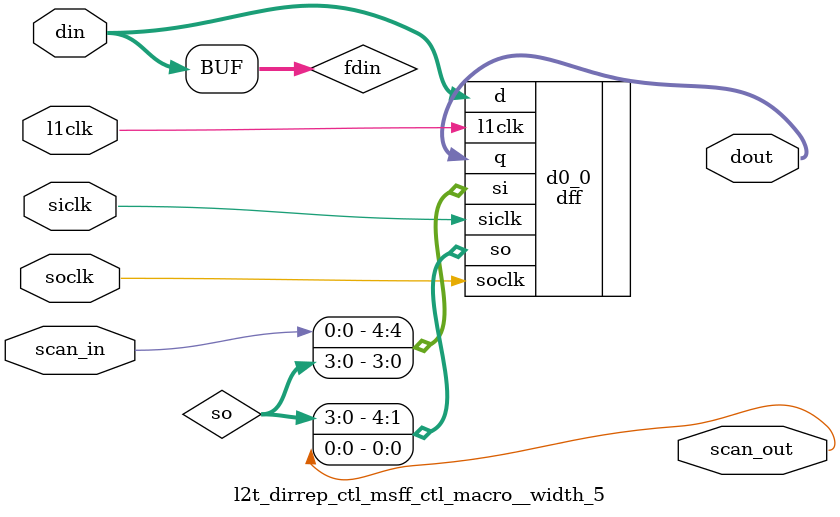
<source format=v>
module l2t_dirrep_ctl (
  tcu_pce_ov, 
  tcu_aclk, 
  tcu_bclk, 
  tcu_scan_en, 
  dirrep_dir_wr_par_c4, 
  dirrep_dir_vld_c4_l, 
  dirrep_dc_rd_en_c4, 
  dirrep_dc_wr_en_c4, 
  dirrep_inval_mask_dcd_c4, 
  dirrep_dc_rdwr_row_en_c4, 
  dirrep_dc_rdwr_panel_dec_c4, 
  dirrep_dc_lkup_row_dec_c4, 
  dirrep_dc_lkup_panel_dec_c4, 
  dirrep_wr_dc_dir_entry_c4, 
  dirrep_dc_dir_clear_c4, 
  dirrep_ic_rd_en_c4, 
  dirrep_ic_wr_en_c4, 
  dirrep_inval_mask_icd_c4, 
  dirrep_ic_rdwr_row_en_c4, 
  dirrep_ic_rdwr_panel_dec_c4, 
  dirrep_ic_lkup_row_dec_c4, 
  dirrep_ic_lkup_panel_dec_c4, 
  dirrep_wr_ic_dir_entry_c4, 
  dirrep_ic_dir_clear_c4, 
  dirrep_dir_error_c8, 
  scan_out, 
  ic_parity_out, 
  dc_parity_out, 
  arbadr_arbdp_addr5to4_c3, 
  arbadr_arbdp_addr4_c4, 
  arbadr_arbdp_dc_addr4_c4, 
  arbadr_arbdp_ic_addr4_c4, 
  arbadr_arbdp_index_ic_addr4_c4, 
  arbadr_arbdp_index_dc_addr4_c4, 
  arb_inval_inst_vld_c3, 
  arb_dc_ic_rd_bit_4, 
  arbadr_arbdp_dir_wr_par_c3, 
  arb_dir_vld_c3_l, 
  arb_ic_rd_en_c3, 
  arb_dc_rd_en_c3, 
  arb_ic_wr_en_c3, 
  arb_dc_wr_en_c3, 
  arb_dir_panel_dcd_c3, 
  arb_dir_panel_icd_c3, 
  arb_lkup_bank_ena_dcd_c3, 
  arb_lkup_bank_ena_icd_c3, 
  arb_inval_mask_dcd_c3, 
  arb_inval_mask_icd_c3, 
  arb_wr_dc_dir_entry_c3, 
  arb_wr_ic_dir_entry_c3, 
  tagd_lkup_row_addr_dcd_c3, 
  tagd_lkup_row_addr_icd_c3, 
  arb_ic_inval_vld_c7, 
  csr_oneshot_dir_clear_c3, 
  por_l, 
  l2t_mb0_run, 
  l2clk, 
  scan_in);
wire pce_ov;
wire stop;
wire siclk;
wire soclk;
wire se;
wire l1clk;
wire spares_scanin;
wire spares_scanout;
wire ff_dir_error_c8_scanin;
wire ff_dir_error_c8_scanout;
wire ff_wr_par_c4_scanin;
wire ff_wr_par_c4_scanout;
wire ff_dir_vld_dcd_c4_l_scanin;
wire ff_dir_vld_dcd_c4_l_scanout;
wire ff_dc_rd_en_c4_scanin;
wire ff_dc_rd_en_c4_scanout;
wire ff_ic_rd_en_c4_scanin;
wire ff_ic_rd_en_c4_scanout;
wire ff_dc_wr_en_c4_scanin;
wire ff_dc_wr_en_c4_scanout;
wire ff_ic_wr_en_c4_scanin;
wire ff_ic_wr_en_c4_scanout;
wire ff_inval_mask_dcd_c4_scanin;
wire ff_inval_mask_dcd_c4_scanout;
wire ff_inval_mask_icd_c4_scanin;
wire ff_inval_mask_icd_c4_scanout;
wire [1:0] arbadr_arbdp_addr5to4_c4;
wire ff_dir_panel_dcd_c4_scanin;
wire ff_dir_panel_dcd_c4_scanout;
wire ff_inval_addrbit4_c4_scanin;
wire ff_inval_addrbit4_c4_scanout;
wire inval_inst_vld_c4;
wire inval_inst_vld_c5;
wire inval_inst_vld_c52;
wire inval_inst_vld_c6;
wire [1:0] arbadr_arbdp_addr5to4_c5;
wire [1:0] arbadr_arbdp_addr5to4_c52;
wire [1:0] arbadr_arbdp_addr5to4_c6;
wire arb_dc_ic_rd_bit_4_c4;
wire def_inval_entry;
wire arbadr_arbdp_dc_addr4_c4_fnl;
wire ff_dir_panel_icd_c4_scanin;
wire ff_dir_panel_icd_c4_scanout;
wire ff_inval_vld_c78910_scanin;
wire ff_inval_vld_c78910_scanout;
wire ic_inval_vld_c8;
wire ic_inval_vld_c9;
wire ic_inval_vld_c10;
wire ic_invalidation_bit4_flip;
wire arbadr_arbdp_ic_addr4_c4_fnl;
wire ff_lkup_row_addr_dcd_c4_scanin;
wire ff_lkup_row_addr_dcd_c4_scanout;
wire ff_lkup_bank_ena_dcd_c4_scanin;
wire ff_lkup_bank_ena_dcd_c4_scanout;
wire ff_lkup_row_addr_icd_c4_scanin;
wire ff_lkup_row_addr_icd_c4_scanout;
wire ff_lkup_bank_ena_icd_c4_scanin;
wire ff_lkup_bank_ena_icd_c4_scanout;
wire ff_wr_dc_dir_entry_c4_scanin;
wire ff_wr_dc_dir_entry_c4_scanout;
wire ff_wr_ic_dir_entry_c4_scanin;
wire ff_wr_ic_dir_entry_c4_scanout;
wire ff_ic_dir_clear_c4_scanin;
wire ff_ic_dir_clear_c4_scanout;
wire reset_dir_cams_c3;
wire ff_dc_dir_clear_c4_scanin;
wire ff_dc_dir_clear_c4_scanout;
wire fnl_csr_oneshot_dir_clear_c3;
wire l2t_mb0_run_r1;
wire ff_l2t_mb0_run_scanin;
wire ff_l2t_mb0_run_scanout;
 

 input tcu_pce_ov;
 input tcu_aclk;
 input tcu_bclk;
 input tcu_scan_en;
 
 
output  	dirrep_dir_wr_par_c4; 
output		dirrep_dir_vld_c4_l; 
 
 
// D$ directory	( Left Bottom ) 
output		dirrep_dc_rd_en_c4; 
output          dirrep_dc_wr_en_c4;
output [7:0]   	dirrep_inval_mask_dcd_c4; 
// Read and write addresses require a rd_en/wr_en qualification 
output [3:0]	dirrep_dc_rdwr_row_en_c4; // bits 4,3 of panel decode (i.e. address 10:9 ) 
output [3:0]	dirrep_dc_rdwr_panel_dec_c4; // dec bits 1:0 of the panel address (i.e. address 5,4 ); 
// Lkup addresses do not require a qualification as the  
// _lkup_row_dec_c4 is actually a qualified vector. 
output [3:0]	dirrep_dc_lkup_row_dec_c4 ;  
output [3:0]   	dirrep_dc_lkup_panel_dec_c4 ;// use lkup_row_addr_dcd[2:1] dec 
output [4:0]   	dirrep_wr_dc_dir_entry_c4 ; // lsb is arb_dir_panel_dcd[2] , BS and SR 11/18/03 Reverse Directory change 
output	dirrep_dc_dir_clear_c4; // Bottom left 
					// ie bit 8 of the address. 
 
// I$ directory	( Left TOp ) 
output		dirrep_ic_rd_en_c4; 
output          dirrep_ic_wr_en_c4;
output [7:0]	dirrep_inval_mask_icd_c4; 
// Read and write addresses require a rd_en/wr_en qualification 
output [3:0]	dirrep_ic_rdwr_row_en_c4; // bits 4,3 of panel decode (i.e. address 10:9 ) 
output [3:0]	dirrep_ic_rdwr_panel_dec_c4; // dec bits 1:0 of the panel address (i.e. address 5,4 ); 
// Lkup addresses do not require a qualification as the  
// _lkup_row_dec_c4 is actually a qualified vector. 
output [3:0]	dirrep_ic_lkup_row_dec_c4 ; // use lkup_row_addr_dcd[2:1] dec 
output [3:0]   	dirrep_ic_lkup_panel_dec_c4 ; 
output [4:0]   	dirrep_wr_ic_dir_entry_c4 ; // lsb is arb_dir_panel_icd[2], BS and SR 11/18/03 Reverse Directory change  
					// ie bit 8 of the address. 
output	dirrep_ic_dir_clear_c4; // Top left 
 
output	dirrep_dir_error_c8; // Right 
 
output scan_out; 
 
input	[3:0]	ic_parity_out; // LeftTop ( C7 signal.) 
input	[3:0]	dc_parity_out; // LeftBottom ( C7 signal.) 

//
// Directory restructure 
//
 
input	[1:0]	arbadr_arbdp_addr5to4_c3;
output		arbadr_arbdp_addr4_c4;
output		arbadr_arbdp_dc_addr4_c4;
output		arbadr_arbdp_ic_addr4_c4;
output		arbadr_arbdp_index_ic_addr4_c4;
output		arbadr_arbdp_index_dc_addr4_c4;

input		arb_inval_inst_vld_c3;
input		arb_dc_ic_rd_bit_4;

// Use same pin positions as before. 
input   	arbadr_arbdp_dir_wr_par_c3; 
input		arb_dir_vld_c3_l; 
input		arb_ic_rd_en_c3;
input           arb_dc_rd_en_c3;
input		arb_ic_wr_en_c3;
input           arb_dc_wr_en_c3;
input [4:0]   	arb_dir_panel_dcd_c3;
input [4:0]     arb_dir_panel_icd_c3;
input [3:0]   	arb_lkup_bank_ena_dcd_c3; // translates to a row_en 
input [3:0]     arb_lkup_bank_ena_icd_c3;
input [7:0]   	arb_inval_mask_dcd_c3;
input [7:0]     arb_inval_mask_icd_c3;
input [4:0]   	arb_wr_dc_dir_entry_c3;
input [4:0]      arb_wr_ic_dir_entry_c3;
input [2:0]	tagd_lkup_row_addr_dcd_c3; // translates to a panel enable. 
input [2:0]     tagd_lkup_row_addr_icd_c3 ;
							     // comes from tagd 
 
input		arb_ic_inval_vld_c7; 
input		csr_oneshot_dir_clear_c3; 
input		por_l;

input		l2t_mb0_run;
 
input		l2clk; 
input scan_in;

 // BS 2/1/04 : Brought out IC inval signal to separate from IC fill
 // because IC fill will load only one panel in 1 row (only one 1 cache waY) while IC inval will write
 // to two panels in two rows (2 icache ways) every cycle. This IC dir write enable logic is in
 // l2t_dir_ctl.sv.

// input arb_ic_inval_wr_en_c3; // from l2t_arb_ctl 
// output dirrep_ic_inval_wr_en_c4; // to l2t_dir_ctl modules

 

//////////////////////////////////////////////////
// L1 clk header
//////////////////////////////////////////////////
assign pce_ov = tcu_pce_ov;
assign stop = 1'b0;
assign siclk = tcu_aclk;
assign soclk = tcu_bclk;
assign se = tcu_scan_en;

l2t_dirrep_ctl_l1clkhdr_ctl_macro clkgen (
        .l2clk(l2clk),
        .l1en(1'b1 ),
        .l1clk(l1clk),
  .pce_ov(pce_ov),
  .stop(stop),
  .se(se));

//////////////////////////////////////////////////

//////////////////////////////////////////
// Spare gate insertion
//////////////////////////////////////////
l2t_dirrep_ctl_spare_ctl_macro__num_5 spares  (
        .scan_in(spares_scanin),
        .scan_out(spares_scanout),
        .l1clk  (l1clk),
  .siclk(siclk),
  .soclk(soclk)
);
//////////////////////////////////////////


wire		dir_error_c7; 
wire	[4:0]	dir_panel_dcd_c4, dir_panel_icd_c4 ; 
wire	[2:0]	lkup_row_addr_dcd_c4, lkup_row_addr_icd_c4; 
 
assign	dir_error_c7 = (|(ic_parity_out)) | (|(dc_parity_out)) ; 
 
l2t_dirrep_ctl_msff_ctl_macro__width_1 ff_dir_error_c8 
              (.dout   (dirrep_dir_error_c8), 
               .scan_in(ff_dir_error_c8_scanin),
               .scan_out(ff_dir_error_c8_scanout),
               .din (dir_error_c7), 
               .l1clk (l1clk),
  .siclk(siclk),
  .soclk(soclk) 
                
 
              ) ; 
 
l2t_dirrep_ctl_msff_ctl_macro__width_1 ff_wr_par_c4 
              (.dout   (dirrep_dir_wr_par_c4), 
               .scan_in(ff_wr_par_c4_scanin),
               .scan_out(ff_wr_par_c4_scanout),
               .din (arbadr_arbdp_dir_wr_par_c3), 
               .l1clk (l1clk),
  .siclk(siclk),
  .soclk(soclk) 
                
 
              ) ; 
 
l2t_dirrep_ctl_msff_ctl_macro__width_1 ff_dir_vld_dcd_c4_l 
              (.dout   (dirrep_dir_vld_c4_l), 
               .scan_in(ff_dir_vld_dcd_c4_l_scanin),
               .scan_out(ff_dir_vld_dcd_c4_l_scanout),
               .din (arb_dir_vld_c3_l), 
               .l1clk (l1clk),
  .siclk(siclk),
  .soclk(soclk) 
                
 
              ) ; 
 
 
l2t_dirrep_ctl_msff_ctl_macro__width_1 ff_dc_rd_en_c4 
              (.dout   (dirrep_dc_rd_en_c4), 
               .scan_in(ff_dc_rd_en_c4_scanin),
               .scan_out(ff_dc_rd_en_c4_scanout),
               .din (arb_dc_rd_en_c3), 
               .l1clk (l1clk),
  .siclk(siclk),
  .soclk(soclk) 
                
 
              ) ; 
 
l2t_dirrep_ctl_msff_ctl_macro__width_1 ff_ic_rd_en_c4 
              (.dout   (dirrep_ic_rd_en_c4), 
               .scan_in(ff_ic_rd_en_c4_scanin),
               .scan_out(ff_ic_rd_en_c4_scanout),
               .din (arb_ic_rd_en_c3), 
               .l1clk (l1clk),
  .siclk(siclk),
  .soclk(soclk) 
                
 
              ) ; 
 
l2t_dirrep_ctl_msff_ctl_macro__width_1 ff_dc_wr_en_c4 
              (.dout   (dirrep_dc_wr_en_c4), 
               .scan_in(ff_dc_wr_en_c4_scanin),
               .scan_out(ff_dc_wr_en_c4_scanout),
               .din (arb_dc_wr_en_c3), 
               .l1clk (l1clk),
  .siclk(siclk),
  .soclk(soclk) 
                
 
              ) ; 
 
l2t_dirrep_ctl_msff_ctl_macro__width_1 ff_ic_wr_en_c4 
              (.dout   (dirrep_ic_wr_en_c4), 
               .scan_in(ff_ic_wr_en_c4_scanin),
               .scan_out(ff_ic_wr_en_c4_scanout),
               .din (arb_ic_wr_en_c3), 
               .l1clk (l1clk),
  .siclk(siclk),
  .soclk(soclk) 
                
 
              ) ; 

//// BS 2/1/04 : Flop arb_ic_inval_wr_en_c3 to generate a C4 signal 
//msff_ctl_macro ff_ic_inval_wr_en_c4 (width=1)
//              (.dout   (dirrep_ic_inval_wr_en_c4),
//               .scan_in(ff_ic_inval_wr_en_c4_scanin),
//               .scan_out(ff_ic_inval_wr_en_c4_scanout),
//               .din (arb_ic_inval_wr_en_c3),
//               .l1clk (l1clk),
//                
//
//              ) ;

 
 
l2t_dirrep_ctl_msff_ctl_macro__width_8 ff_inval_mask_dcd_c4 
              (.dout   (dirrep_inval_mask_dcd_c4[7:0]), 
               .scan_in(ff_inval_mask_dcd_c4_scanin),
               .scan_out(ff_inval_mask_dcd_c4_scanout),
               .din (arb_inval_mask_dcd_c3[7:0]), 
               .l1clk (l1clk),
  .siclk(siclk),
  .soclk(soclk) 
                
 
              ) ; 
 
l2t_dirrep_ctl_msff_ctl_macro__width_8 ff_inval_mask_icd_c4 
              (.dout   (dirrep_inval_mask_icd_c4[7:0]), 
               .scan_in(ff_inval_mask_icd_c4_scanin),
               .scan_out(ff_inval_mask_icd_c4_scanout),
               .din (arb_inval_mask_icd_c3[7:0]), 
               .l1clk (l1clk),
  .siclk(siclk),
  .soclk(soclk) 
                
 
              ) ; 
 
 
/////////////////////////////////////////////////////////// 
// RD Write row and panel enables. 
// Row is dtermined by the lower order bits of the  
// address. 
// ie bits 5,4 for the I$ 
// ie bits 5,11 for the D$. 
// Panel is determined by address bits 10,9 
/////////////////////////////////////////////////////////// 
 
l2t_dirrep_ctl_msff_ctl_macro__width_6 ff_dir_panel_dcd_c4 
              (.dout   ({arbadr_arbdp_addr5to4_c4[1:0],dir_panel_dcd_c4[4:3], dir_panel_dcd_c4[1:0]}), 
               .scan_in(ff_dir_panel_dcd_c4_scanin),
               .scan_out(ff_dir_panel_dcd_c4_scanout),
               .din ({arbadr_arbdp_addr5to4_c3[1:0],arb_dir_panel_dcd_c3[4:3],arb_dir_panel_dcd_c3[1:0]}), 
               .l1clk (l1clk),
  .siclk(siclk),
  .soclk(soclk) 
              ) ; 


// Directory restructuring


l2t_dirrep_ctl_msff_ctl_macro__width_11 ff_inval_addrbit4_c4 
	(
	.scan_in(ff_inval_addrbit4_c4_scanin),
	.scan_out(ff_inval_addrbit4_c4_scanout),
	.dout   ({inval_inst_vld_c4,inval_inst_vld_c5,inval_inst_vld_c52,inval_inst_vld_c6,
		  arbadr_arbdp_addr5to4_c5[1:0],arbadr_arbdp_addr5to4_c52[1:0],
		arbadr_arbdp_addr5to4_c6[1:0],arb_dc_ic_rd_bit_4_c4}),
	.din ({arb_inval_inst_vld_c3,inval_inst_vld_c4,inval_inst_vld_c5,inval_inst_vld_c52,
		arbadr_arbdp_addr5to4_c4[1:0],arbadr_arbdp_addr5to4_c5[1:0],
		arbadr_arbdp_addr5to4_c52[1:0],arb_dc_ic_rd_bit_4}),
	.l1clk (l1clk),
  .siclk(siclk),
  .soclk(soclk)
	) ;


assign def_inval_entry = ~( inval_inst_vld_c5 | inval_inst_vld_c52 | inval_inst_vld_c6 ) ; 

l2t_dirrep_ctl_mux_ctl_macro__mux_aonpe__ports_4__width_1 mux_inval_dc_panel_c3 
	(
	.dout (arbadr_arbdp_dc_addr4_c4_fnl), 
	.din0(arbadr_arbdp_addr5to4_c4[0]), .din1(arbadr_arbdp_addr5to4_c5[0]), 
	.din2(arbadr_arbdp_addr5to4_c52[0]), .din3(arbadr_arbdp_addr5to4_c6[0]), 
	.sel0(def_inval_entry), .sel1(inval_inst_vld_c5), 
	.sel2(inval_inst_vld_c52), .sel3(inval_inst_vld_c6)); 


//assign arbadr_arbdp_dc_addr4_c4 = dirrep_dc_rd_en_c4 ? arb_dc_ic_rd_bit_4 : arbadr_arbdp_dc_addr4_c4_fnl ;


assign arbadr_arbdp_dc_addr4_c4 = arbadr_arbdp_dc_addr4_c4_fnl ;

assign arbadr_arbdp_index_dc_addr4_c4 = arb_dc_ic_rd_bit_4_c4;

assign arbadr_arbdp_addr4_c4 = arbadr_arbdp_addr5to4_c4[0];




//assign	dirrep_dc_rdwr_panel_dec_c4[0] = ( dir_panel_dcd_c4[4:3] == 2'd0 ); 
//assign	dirrep_dc_rdwr_panel_dec_c4[1] = ( dir_panel_dcd_c4[4:3] == 2'd1 ); 
//assign	dirrep_dc_rdwr_panel_dec_c4[2] = ( dir_panel_dcd_c4[4:3] == 2'd2 ); 
//assign	dirrep_dc_rdwr_panel_dec_c4[3] = ( dir_panel_dcd_c4[4:3] == 2'd3 ); 
 
assign  dirrep_dc_rdwr_panel_dec_c4[0] = ~dir_panel_dcd_c4[4] & ~dir_panel_dcd_c4[3] ; 
assign  dirrep_dc_rdwr_panel_dec_c4[1] = ~dir_panel_dcd_c4[4] & dir_panel_dcd_c4[3] ; 
assign  dirrep_dc_rdwr_panel_dec_c4[2] = dir_panel_dcd_c4[4] & ~dir_panel_dcd_c4[3] ; 
assign  dirrep_dc_rdwr_panel_dec_c4[3] = dir_panel_dcd_c4[4] & dir_panel_dcd_c4[3] ; 
 
assign	dirrep_dc_rdwr_row_en_c4[0] = (dir_panel_dcd_c4[1:0] == 2'd0 ); 
assign	dirrep_dc_rdwr_row_en_c4[1] = (dir_panel_dcd_c4[1:0] == 2'd1 ); 
assign	dirrep_dc_rdwr_row_en_c4[2] = (dir_panel_dcd_c4[1:0] == 2'd2 ); 
assign	dirrep_dc_rdwr_row_en_c4[3] = (dir_panel_dcd_c4[1:0] == 2'd3 ); 
 
l2t_dirrep_ctl_msff_ctl_macro__width_4 ff_dir_panel_icd_c4 
              (.dout   ({dir_panel_icd_c4[4:3],dir_panel_icd_c4[1:0]}), 
               .scan_in(ff_dir_panel_icd_c4_scanin),
               .scan_out(ff_dir_panel_icd_c4_scanout),
               .din ({arb_dir_panel_icd_c3[4:3],arb_dir_panel_icd_c3[1:0]}), 
               .l1clk (l1clk),
  .siclk(siclk),
  .soclk(soclk) 
                
 
              ) ; 
 
 
assign	dirrep_ic_rdwr_panel_dec_c4[0] = ( dir_panel_icd_c4[4:3] == 2'd0 ); 
assign	dirrep_ic_rdwr_panel_dec_c4[1] = ( dir_panel_icd_c4[4:3] == 2'd1 ); 
assign	dirrep_ic_rdwr_panel_dec_c4[2] = ( dir_panel_icd_c4[4:3] == 2'd2 ); 
assign	dirrep_ic_rdwr_panel_dec_c4[3] = ( dir_panel_icd_c4[4:3] == 2'd3 ); 
 
assign	dirrep_ic_rdwr_row_en_c4[0] = (dir_panel_icd_c4[1:0] == 2'd0 ); 
assign	dirrep_ic_rdwr_row_en_c4[1] = (dir_panel_icd_c4[1:0] == 2'd1 ); 
assign	dirrep_ic_rdwr_row_en_c4[2] = (dir_panel_icd_c4[1:0] == 2'd2 ); 
assign	dirrep_ic_rdwr_row_en_c4[3] = (dir_panel_icd_c4[1:0] == 2'd3 ); 
 
// Dir changes  Bit 4 computation for inval case is different



l2t_dirrep_ctl_msff_ctl_macro__width_3 ff_inval_vld_c78910 
        (
        .scan_in(ff_inval_vld_c78910_scanin),
        .scan_out(ff_inval_vld_c78910_scanout),
        .din   ({arb_ic_inval_vld_c7,ic_inval_vld_c8,ic_inval_vld_c9}),
        .dout ({ic_inval_vld_c8,ic_inval_vld_c9,ic_inval_vld_c10}),
        .l1clk (l1clk),
  .siclk(siclk),
  .soclk(soclk)
        ) ;


assign ic_invalidation_bit4_flip = arb_ic_inval_vld_c7 | ic_inval_vld_c8 | ic_inval_vld_c9 | ic_inval_vld_c10;

// OLD :: assign arbadr_arbdp_ic_addr4_c4 = dir_panel_icd_c4[0];

assign arbadr_arbdp_ic_addr4_c4_fnl = ic_invalidation_bit4_flip ? ~dir_panel_icd_c4[0] : dir_panel_icd_c4[0] ;

//assign arbadr_arbdp_ic_addr4_c4 = dirrep_ic_rd_en_c4 ? arb_dc_ic_rd_bit_4 : arbadr_arbdp_ic_addr4_c4_fnl ;

assign arbadr_arbdp_ic_addr4_c4 = arbadr_arbdp_ic_addr4_c4_fnl ;
assign arbadr_arbdp_index_ic_addr4_c4 = arb_dc_ic_rd_bit_4_c4 ;



/////////////////////////////////////////////////////////// 
// lkup  row and panel enables. 
// Lkup row coming from tagd corresponds to 
// address bits <10:8> of the lkup address. 
// The bits <10:9> actually go into determining 
// the panel id within the directory.  
/////////////////////////////////////////////////////////// 
 
l2t_dirrep_ctl_msff_ctl_macro__width_3 ff_lkup_row_addr_dcd_c4 
              (.dout   (lkup_row_addr_dcd_c4[2:0]), 
               .scan_in(ff_lkup_row_addr_dcd_c4_scanin),
               .scan_out(ff_lkup_row_addr_dcd_c4_scanout),
               .din (tagd_lkup_row_addr_dcd_c3[2:0]), 
               .l1clk (l1clk),
  .siclk(siclk),
  .soclk(soclk) 
                
 
              ) ; 
 
assign	dirrep_dc_lkup_panel_dec_c4[0] = ( lkup_row_addr_dcd_c4[1:0] == 2'd0 ); 
assign	dirrep_dc_lkup_panel_dec_c4[1] = ( lkup_row_addr_dcd_c4[1:0] == 2'd1 ); 
assign	dirrep_dc_lkup_panel_dec_c4[2] = ( lkup_row_addr_dcd_c4[1:0] == 2'd2 ); 
assign	dirrep_dc_lkup_panel_dec_c4[3] = ( lkup_row_addr_dcd_c4[1:0] == 2'd3 ); 
 
 
l2t_dirrep_ctl_msff_ctl_macro__width_4 ff_lkup_bank_ena_dcd_c4 
              (.dout   (dirrep_dc_lkup_row_dec_c4[3:0]), 
               .scan_in(ff_lkup_bank_ena_dcd_c4_scanin),
               .scan_out(ff_lkup_bank_ena_dcd_c4_scanout),
               .din (arb_lkup_bank_ena_dcd_c3[3:0]), 
               .l1clk (l1clk),
  .siclk(siclk),
  .soclk(soclk) 
                
 
              ) ; 
 
 
l2t_dirrep_ctl_msff_ctl_macro__width_3 ff_lkup_row_addr_icd_c4 
              (.dout   (lkup_row_addr_icd_c4[2:0]), 
               .scan_in(ff_lkup_row_addr_icd_c4_scanin),
               .scan_out(ff_lkup_row_addr_icd_c4_scanout),
               .din (tagd_lkup_row_addr_icd_c3[2:0]), 
               .l1clk (l1clk),
  .siclk(siclk),
  .soclk(soclk) 
                
 
              ) ; 
 
 
assign	dirrep_ic_lkup_panel_dec_c4[0] = ( lkup_row_addr_icd_c4[1:0] == 2'd0 ); 
assign	dirrep_ic_lkup_panel_dec_c4[1] = ( lkup_row_addr_icd_c4[1:0] == 2'd1 ); 
assign	dirrep_ic_lkup_panel_dec_c4[2] = ( lkup_row_addr_icd_c4[1:0] == 2'd2 ); 
assign	dirrep_ic_lkup_panel_dec_c4[3] = ( lkup_row_addr_icd_c4[1:0] == 2'd3 ); 
 
l2t_dirrep_ctl_msff_ctl_macro__width_4 ff_lkup_bank_ena_icd_c4 
              (.dout   (dirrep_ic_lkup_row_dec_c4[3:0]), 
               .scan_in(ff_lkup_bank_ena_icd_c4_scanin),
               .scan_out(ff_lkup_bank_ena_icd_c4_scanout),
               .din (arb_lkup_bank_ena_icd_c3[3:0]), 
               .l1clk (l1clk),
  .siclk(siclk),
  .soclk(soclk) 
                
 
              ) ; 
 
 
l2t_dirrep_ctl_msff_ctl_macro__width_5 ff_wr_dc_dir_entry_c4  // BS and SR 11/18/03 Reverse Directory change
              (.dout   (dirrep_wr_dc_dir_entry_c4[4:0]), 
               .scan_in(ff_wr_dc_dir_entry_c4_scanin),
               .scan_out(ff_wr_dc_dir_entry_c4_scanout),
               .din (arb_wr_dc_dir_entry_c3[4:0]),  // BS and SR 11/18/03 Reverse Directory change
               .l1clk (l1clk),
  .siclk(siclk),
  .soclk(soclk) 
                
 
              ) ; 
 
 
l2t_dirrep_ctl_msff_ctl_macro__width_5 ff_wr_ic_dir_entry_c4  // BS and SR 11/18/03 Reverse Directory change
              (.dout   (dirrep_wr_ic_dir_entry_c4[4:0]), 
               .scan_in(ff_wr_ic_dir_entry_c4_scanin),
               .scan_out(ff_wr_ic_dir_entry_c4_scanout),
               .din (arb_wr_ic_dir_entry_c3[4:0]), // BS and SR 11/18/03 Reverse Directory change 
               .l1clk (l1clk),
  .siclk(siclk),
  .soclk(soclk) 
                
 
              ) ; 
 
 
/////////////////////////////////////////////////////////// 
// Dir clear bits. 
/////////////////////////////////////////////////////////// 
 
l2t_dirrep_ctl_msff_ctl_macro__width_1 ff_ic_dir_clear_c4 
              (.dout   (dirrep_ic_dir_clear_c4), 
               .scan_in(ff_ic_dir_clear_c4_scanin),
               .scan_out(ff_ic_dir_clear_c4_scanout),
               .din (reset_dir_cams_c3), 
               .l1clk (l1clk),
  .siclk(siclk),
  .soclk(soclk) 
              ) ; 
 
 
l2t_dirrep_ctl_msff_ctl_macro__width_1 ff_dc_dir_clear_c4 
              (.dout   (dirrep_dc_dir_clear_c4), 
               .scan_in(ff_dc_dir_clear_c4_scanin),
               .scan_out(ff_dc_dir_clear_c4_scanout),
               .din (reset_dir_cams_c3), 
               .l1clk (l1clk),
  .siclk(siclk),
  .soclk(soclk) 
              ) ; 

assign fnl_csr_oneshot_dir_clear_c3 =  l2t_mb0_run_r1 ? 1'b0 : csr_oneshot_dir_clear_c3;

assign reset_dir_cams_c3 = fnl_csr_oneshot_dir_clear_c3 | ~por_l;
 

l2t_dirrep_ctl_msff_ctl_macro__width_1 ff_l2t_mb0_run 
              (.dout   (l2t_mb0_run_r1),
               .scan_in(ff_l2t_mb0_run_scanin),
               .scan_out(ff_l2t_mb0_run_scanout),
               .din (l2t_mb0_run),
               .l1clk (l1clk),
  .siclk(siclk),
  .soclk(soclk)
              ) ;





 
 
// fixscan start:
assign spares_scanin             = scan_in                  ;
assign ff_dir_error_c8_scanin    = spares_scanout           ;
assign ff_wr_par_c4_scanin       = ff_dir_error_c8_scanout  ;
assign ff_dir_vld_dcd_c4_l_scanin = ff_wr_par_c4_scanout     ;
assign ff_dc_rd_en_c4_scanin     = ff_dir_vld_dcd_c4_l_scanout;
assign ff_ic_rd_en_c4_scanin     = ff_dc_rd_en_c4_scanout   ;
assign ff_dc_wr_en_c4_scanin     = ff_ic_rd_en_c4_scanout   ;
assign ff_ic_wr_en_c4_scanin     = ff_dc_wr_en_c4_scanout   ;
assign ff_inval_mask_dcd_c4_scanin = ff_ic_wr_en_c4_scanout   ;
assign ff_inval_mask_icd_c4_scanin = ff_inval_mask_dcd_c4_scanout;
assign ff_dir_panel_dcd_c4_scanin = ff_inval_mask_icd_c4_scanout;
assign ff_inval_addrbit4_c4_scanin = ff_dir_panel_dcd_c4_scanout;
assign ff_dir_panel_icd_c4_scanin = ff_inval_addrbit4_c4_scanout;
assign ff_inval_vld_c78910_scanin = ff_dir_panel_icd_c4_scanout;
assign ff_lkup_row_addr_dcd_c4_scanin = ff_inval_vld_c78910_scanout;
assign ff_lkup_bank_ena_dcd_c4_scanin = ff_lkup_row_addr_dcd_c4_scanout;
assign ff_lkup_row_addr_icd_c4_scanin = ff_lkup_bank_ena_dcd_c4_scanout;
assign ff_lkup_bank_ena_icd_c4_scanin = ff_lkup_row_addr_icd_c4_scanout;
assign ff_wr_dc_dir_entry_c4_scanin = ff_lkup_bank_ena_icd_c4_scanout;
assign ff_wr_ic_dir_entry_c4_scanin = ff_wr_dc_dir_entry_c4_scanout;
assign ff_ic_dir_clear_c4_scanin = ff_wr_ic_dir_entry_c4_scanout;
assign ff_dc_dir_clear_c4_scanin = ff_ic_dir_clear_c4_scanout;
assign ff_l2t_mb0_run_scanin     = ff_dc_dir_clear_c4_scanout;
assign scan_out                  = ff_l2t_mb0_run_scanout   ;
// fixscan end:
endmodule 







// any PARAMS parms go into naming of macro

module l2t_dirrep_ctl_l1clkhdr_ctl_macro (
  l2clk, 
  l1en, 
  pce_ov, 
  stop, 
  se, 
  l1clk);


  input l2clk;
  input l1en;
  input pce_ov;
  input stop;
  input se;
  output l1clk;



 

cl_sc1_l1hdr_8x c_0 (


   .l2clk(l2clk),
   .pce(l1en),
   .l1clk(l1clk),
  .se(se),
  .pce_ov(pce_ov),
  .stop(stop)
);



endmodule









//  Description:        Spare gate macro for control blocks
//
//  Param num controls the number of times the macro is added
//  flops=0 can be used to use only combination spare logic


module l2t_dirrep_ctl_spare_ctl_macro__num_5 (
  l1clk, 
  scan_in, 
  siclk, 
  soclk, 
  scan_out);
wire si_0;
wire so_0;
wire spare0_flop_unused;
wire spare0_buf_32x_unused;
wire spare0_nand3_8x_unused;
wire spare0_inv_8x_unused;
wire spare0_aoi22_4x_unused;
wire spare0_buf_8x_unused;
wire spare0_oai22_4x_unused;
wire spare0_inv_16x_unused;
wire spare0_nand2_16x_unused;
wire spare0_nor3_4x_unused;
wire spare0_nand2_8x_unused;
wire spare0_buf_16x_unused;
wire spare0_nor2_16x_unused;
wire spare0_inv_32x_unused;
wire si_1;
wire so_1;
wire spare1_flop_unused;
wire spare1_buf_32x_unused;
wire spare1_nand3_8x_unused;
wire spare1_inv_8x_unused;
wire spare1_aoi22_4x_unused;
wire spare1_buf_8x_unused;
wire spare1_oai22_4x_unused;
wire spare1_inv_16x_unused;
wire spare1_nand2_16x_unused;
wire spare1_nor3_4x_unused;
wire spare1_nand2_8x_unused;
wire spare1_buf_16x_unused;
wire spare1_nor2_16x_unused;
wire spare1_inv_32x_unused;
wire si_2;
wire so_2;
wire spare2_flop_unused;
wire spare2_buf_32x_unused;
wire spare2_nand3_8x_unused;
wire spare2_inv_8x_unused;
wire spare2_aoi22_4x_unused;
wire spare2_buf_8x_unused;
wire spare2_oai22_4x_unused;
wire spare2_inv_16x_unused;
wire spare2_nand2_16x_unused;
wire spare2_nor3_4x_unused;
wire spare2_nand2_8x_unused;
wire spare2_buf_16x_unused;
wire spare2_nor2_16x_unused;
wire spare2_inv_32x_unused;
wire si_3;
wire so_3;
wire spare3_flop_unused;
wire spare3_buf_32x_unused;
wire spare3_nand3_8x_unused;
wire spare3_inv_8x_unused;
wire spare3_aoi22_4x_unused;
wire spare3_buf_8x_unused;
wire spare3_oai22_4x_unused;
wire spare3_inv_16x_unused;
wire spare3_nand2_16x_unused;
wire spare3_nor3_4x_unused;
wire spare3_nand2_8x_unused;
wire spare3_buf_16x_unused;
wire spare3_nor2_16x_unused;
wire spare3_inv_32x_unused;
wire si_4;
wire so_4;
wire spare4_flop_unused;
wire spare4_buf_32x_unused;
wire spare4_nand3_8x_unused;
wire spare4_inv_8x_unused;
wire spare4_aoi22_4x_unused;
wire spare4_buf_8x_unused;
wire spare4_oai22_4x_unused;
wire spare4_inv_16x_unused;
wire spare4_nand2_16x_unused;
wire spare4_nor3_4x_unused;
wire spare4_nand2_8x_unused;
wire spare4_buf_16x_unused;
wire spare4_nor2_16x_unused;
wire spare4_inv_32x_unused;


input		l1clk;
input		scan_in;
input		siclk;
input		soclk;
output		scan_out;

cl_sc1_msff_8x spare0_flop (.l1clk(l1clk),
                               .siclk(siclk),
                               .soclk(soclk),
                               .si(si_0),
                               .so(so_0),
                               .d(1'b0),
                               .q(spare0_flop_unused));
assign si_0 = scan_in;

cl_u1_buf_32x   spare0_buf_32x (.in(1'b1),
                                   .out(spare0_buf_32x_unused));
cl_u1_nand3_8x spare0_nand3_8x (.in0(1'b1),
                                   .in1(1'b1),
                                   .in2(1'b1),
                                   .out(spare0_nand3_8x_unused));
cl_u1_inv_8x    spare0_inv_8x (.in(1'b1),
                                  .out(spare0_inv_8x_unused));
cl_u1_aoi22_4x spare0_aoi22_4x (.in00(1'b1),
                                   .in01(1'b1),
                                   .in10(1'b1),
                                   .in11(1'b1),
                                   .out(spare0_aoi22_4x_unused));
cl_u1_buf_8x    spare0_buf_8x (.in(1'b1),
                                  .out(spare0_buf_8x_unused));
cl_u1_oai22_4x spare0_oai22_4x (.in00(1'b1),
                                   .in01(1'b1),
                                   .in10(1'b1),
                                   .in11(1'b1),
                                   .out(spare0_oai22_4x_unused));
cl_u1_inv_16x   spare0_inv_16x (.in(1'b1),
                                   .out(spare0_inv_16x_unused));
cl_u1_nand2_16x spare0_nand2_16x (.in0(1'b1),
                                     .in1(1'b1),
                                     .out(spare0_nand2_16x_unused));
cl_u1_nor3_4x spare0_nor3_4x (.in0(1'b0),
                                 .in1(1'b0),
                                 .in2(1'b0),
                                 .out(spare0_nor3_4x_unused));
cl_u1_nand2_8x spare0_nand2_8x (.in0(1'b1),
                                   .in1(1'b1),
                                   .out(spare0_nand2_8x_unused));
cl_u1_buf_16x   spare0_buf_16x (.in(1'b1),
                                   .out(spare0_buf_16x_unused));
cl_u1_nor2_16x spare0_nor2_16x (.in0(1'b0),
                                   .in1(1'b0),
                                   .out(spare0_nor2_16x_unused));
cl_u1_inv_32x   spare0_inv_32x (.in(1'b1),
                                   .out(spare0_inv_32x_unused));

cl_sc1_msff_8x spare1_flop (.l1clk(l1clk),
                               .siclk(siclk),
                               .soclk(soclk),
                               .si(si_1),
                               .so(so_1),
                               .d(1'b0),
                               .q(spare1_flop_unused));
assign si_1 = so_0;

cl_u1_buf_32x   spare1_buf_32x (.in(1'b1),
                                   .out(spare1_buf_32x_unused));
cl_u1_nand3_8x spare1_nand3_8x (.in0(1'b1),
                                   .in1(1'b1),
                                   .in2(1'b1),
                                   .out(spare1_nand3_8x_unused));
cl_u1_inv_8x    spare1_inv_8x (.in(1'b1),
                                  .out(spare1_inv_8x_unused));
cl_u1_aoi22_4x spare1_aoi22_4x (.in00(1'b1),
                                   .in01(1'b1),
                                   .in10(1'b1),
                                   .in11(1'b1),
                                   .out(spare1_aoi22_4x_unused));
cl_u1_buf_8x    spare1_buf_8x (.in(1'b1),
                                  .out(spare1_buf_8x_unused));
cl_u1_oai22_4x spare1_oai22_4x (.in00(1'b1),
                                   .in01(1'b1),
                                   .in10(1'b1),
                                   .in11(1'b1),
                                   .out(spare1_oai22_4x_unused));
cl_u1_inv_16x   spare1_inv_16x (.in(1'b1),
                                   .out(spare1_inv_16x_unused));
cl_u1_nand2_16x spare1_nand2_16x (.in0(1'b1),
                                     .in1(1'b1),
                                     .out(spare1_nand2_16x_unused));
cl_u1_nor3_4x spare1_nor3_4x (.in0(1'b0),
                                 .in1(1'b0),
                                 .in2(1'b0),
                                 .out(spare1_nor3_4x_unused));
cl_u1_nand2_8x spare1_nand2_8x (.in0(1'b1),
                                   .in1(1'b1),
                                   .out(spare1_nand2_8x_unused));
cl_u1_buf_16x   spare1_buf_16x (.in(1'b1),
                                   .out(spare1_buf_16x_unused));
cl_u1_nor2_16x spare1_nor2_16x (.in0(1'b0),
                                   .in1(1'b0),
                                   .out(spare1_nor2_16x_unused));
cl_u1_inv_32x   spare1_inv_32x (.in(1'b1),
                                   .out(spare1_inv_32x_unused));

cl_sc1_msff_8x spare2_flop (.l1clk(l1clk),
                               .siclk(siclk),
                               .soclk(soclk),
                               .si(si_2),
                               .so(so_2),
                               .d(1'b0),
                               .q(spare2_flop_unused));
assign si_2 = so_1;

cl_u1_buf_32x   spare2_buf_32x (.in(1'b1),
                                   .out(spare2_buf_32x_unused));
cl_u1_nand3_8x spare2_nand3_8x (.in0(1'b1),
                                   .in1(1'b1),
                                   .in2(1'b1),
                                   .out(spare2_nand3_8x_unused));
cl_u1_inv_8x    spare2_inv_8x (.in(1'b1),
                                  .out(spare2_inv_8x_unused));
cl_u1_aoi22_4x spare2_aoi22_4x (.in00(1'b1),
                                   .in01(1'b1),
                                   .in10(1'b1),
                                   .in11(1'b1),
                                   .out(spare2_aoi22_4x_unused));
cl_u1_buf_8x    spare2_buf_8x (.in(1'b1),
                                  .out(spare2_buf_8x_unused));
cl_u1_oai22_4x spare2_oai22_4x (.in00(1'b1),
                                   .in01(1'b1),
                                   .in10(1'b1),
                                   .in11(1'b1),
                                   .out(spare2_oai22_4x_unused));
cl_u1_inv_16x   spare2_inv_16x (.in(1'b1),
                                   .out(spare2_inv_16x_unused));
cl_u1_nand2_16x spare2_nand2_16x (.in0(1'b1),
                                     .in1(1'b1),
                                     .out(spare2_nand2_16x_unused));
cl_u1_nor3_4x spare2_nor3_4x (.in0(1'b0),
                                 .in1(1'b0),
                                 .in2(1'b0),
                                 .out(spare2_nor3_4x_unused));
cl_u1_nand2_8x spare2_nand2_8x (.in0(1'b1),
                                   .in1(1'b1),
                                   .out(spare2_nand2_8x_unused));
cl_u1_buf_16x   spare2_buf_16x (.in(1'b1),
                                   .out(spare2_buf_16x_unused));
cl_u1_nor2_16x spare2_nor2_16x (.in0(1'b0),
                                   .in1(1'b0),
                                   .out(spare2_nor2_16x_unused));
cl_u1_inv_32x   spare2_inv_32x (.in(1'b1),
                                   .out(spare2_inv_32x_unused));

cl_sc1_msff_8x spare3_flop (.l1clk(l1clk),
                               .siclk(siclk),
                               .soclk(soclk),
                               .si(si_3),
                               .so(so_3),
                               .d(1'b0),
                               .q(spare3_flop_unused));
assign si_3 = so_2;

cl_u1_buf_32x   spare3_buf_32x (.in(1'b1),
                                   .out(spare3_buf_32x_unused));
cl_u1_nand3_8x spare3_nand3_8x (.in0(1'b1),
                                   .in1(1'b1),
                                   .in2(1'b1),
                                   .out(spare3_nand3_8x_unused));
cl_u1_inv_8x    spare3_inv_8x (.in(1'b1),
                                  .out(spare3_inv_8x_unused));
cl_u1_aoi22_4x spare3_aoi22_4x (.in00(1'b1),
                                   .in01(1'b1),
                                   .in10(1'b1),
                                   .in11(1'b1),
                                   .out(spare3_aoi22_4x_unused));
cl_u1_buf_8x    spare3_buf_8x (.in(1'b1),
                                  .out(spare3_buf_8x_unused));
cl_u1_oai22_4x spare3_oai22_4x (.in00(1'b1),
                                   .in01(1'b1),
                                   .in10(1'b1),
                                   .in11(1'b1),
                                   .out(spare3_oai22_4x_unused));
cl_u1_inv_16x   spare3_inv_16x (.in(1'b1),
                                   .out(spare3_inv_16x_unused));
cl_u1_nand2_16x spare3_nand2_16x (.in0(1'b1),
                                     .in1(1'b1),
                                     .out(spare3_nand2_16x_unused));
cl_u1_nor3_4x spare3_nor3_4x (.in0(1'b0),
                                 .in1(1'b0),
                                 .in2(1'b0),
                                 .out(spare3_nor3_4x_unused));
cl_u1_nand2_8x spare3_nand2_8x (.in0(1'b1),
                                   .in1(1'b1),
                                   .out(spare3_nand2_8x_unused));
cl_u1_buf_16x   spare3_buf_16x (.in(1'b1),
                                   .out(spare3_buf_16x_unused));
cl_u1_nor2_16x spare3_nor2_16x (.in0(1'b0),
                                   .in1(1'b0),
                                   .out(spare3_nor2_16x_unused));
cl_u1_inv_32x   spare3_inv_32x (.in(1'b1),
                                   .out(spare3_inv_32x_unused));

cl_sc1_msff_8x spare4_flop (.l1clk(l1clk),
                               .siclk(siclk),
                               .soclk(soclk),
                               .si(si_4),
                               .so(so_4),
                               .d(1'b0),
                               .q(spare4_flop_unused));
assign si_4 = so_3;

cl_u1_buf_32x   spare4_buf_32x (.in(1'b1),
                                   .out(spare4_buf_32x_unused));
cl_u1_nand3_8x spare4_nand3_8x (.in0(1'b1),
                                   .in1(1'b1),
                                   .in2(1'b1),
                                   .out(spare4_nand3_8x_unused));
cl_u1_inv_8x    spare4_inv_8x (.in(1'b1),
                                  .out(spare4_inv_8x_unused));
cl_u1_aoi22_4x spare4_aoi22_4x (.in00(1'b1),
                                   .in01(1'b1),
                                   .in10(1'b1),
                                   .in11(1'b1),
                                   .out(spare4_aoi22_4x_unused));
cl_u1_buf_8x    spare4_buf_8x (.in(1'b1),
                                  .out(spare4_buf_8x_unused));
cl_u1_oai22_4x spare4_oai22_4x (.in00(1'b1),
                                   .in01(1'b1),
                                   .in10(1'b1),
                                   .in11(1'b1),
                                   .out(spare4_oai22_4x_unused));
cl_u1_inv_16x   spare4_inv_16x (.in(1'b1),
                                   .out(spare4_inv_16x_unused));
cl_u1_nand2_16x spare4_nand2_16x (.in0(1'b1),
                                     .in1(1'b1),
                                     .out(spare4_nand2_16x_unused));
cl_u1_nor3_4x spare4_nor3_4x (.in0(1'b0),
                                 .in1(1'b0),
                                 .in2(1'b0),
                                 .out(spare4_nor3_4x_unused));
cl_u1_nand2_8x spare4_nand2_8x (.in0(1'b1),
                                   .in1(1'b1),
                                   .out(spare4_nand2_8x_unused));
cl_u1_buf_16x   spare4_buf_16x (.in(1'b1),
                                   .out(spare4_buf_16x_unused));
cl_u1_nor2_16x spare4_nor2_16x (.in0(1'b0),
                                   .in1(1'b0),
                                   .out(spare4_nor2_16x_unused));
cl_u1_inv_32x   spare4_inv_32x (.in(1'b1),
                                   .out(spare4_inv_32x_unused));
assign scan_out = so_4;



endmodule






// any PARAMS parms go into naming of macro

module l2t_dirrep_ctl_msff_ctl_macro__width_1 (
  din, 
  l1clk, 
  scan_in, 
  siclk, 
  soclk, 
  dout, 
  scan_out);
wire [0:0] fdin;

  input [0:0] din;
  input l1clk;
  input scan_in;


  input siclk;
  input soclk;

  output [0:0] dout;
  output scan_out;
assign fdin[0:0] = din[0:0];






dff /*#(1)*/  d0_0 (
.l1clk(l1clk),
.siclk(siclk),
.soclk(soclk),
.d(fdin[0:0]),
.si(scan_in),
.so(scan_out),
.q(dout[0:0])
);












endmodule













// any PARAMS parms go into naming of macro

module l2t_dirrep_ctl_msff_ctl_macro__width_8 (
  din, 
  l1clk, 
  scan_in, 
  siclk, 
  soclk, 
  dout, 
  scan_out);
wire [7:0] fdin;
wire [6:0] so;

  input [7:0] din;
  input l1clk;
  input scan_in;


  input siclk;
  input soclk;

  output [7:0] dout;
  output scan_out;
assign fdin[7:0] = din[7:0];






dff /*#(8)*/  d0_0 (
.l1clk(l1clk),
.siclk(siclk),
.soclk(soclk),
.d(fdin[7:0]),
.si({scan_in,so[6:0]}),
.so({so[6:0],scan_out}),
.q(dout[7:0])
);












endmodule













// any PARAMS parms go into naming of macro

module l2t_dirrep_ctl_msff_ctl_macro__width_6 (
  din, 
  l1clk, 
  scan_in, 
  siclk, 
  soclk, 
  dout, 
  scan_out);
wire [5:0] fdin;
wire [4:0] so;

  input [5:0] din;
  input l1clk;
  input scan_in;


  input siclk;
  input soclk;

  output [5:0] dout;
  output scan_out;
assign fdin[5:0] = din[5:0];






dff /*#(6)*/  d0_0 (
.l1clk(l1clk),
.siclk(siclk),
.soclk(soclk),
.d(fdin[5:0]),
.si({scan_in,so[4:0]}),
.so({so[4:0],scan_out}),
.q(dout[5:0])
);












endmodule













// any PARAMS parms go into naming of macro

module l2t_dirrep_ctl_msff_ctl_macro__width_11 (
  din, 
  l1clk, 
  scan_in, 
  siclk, 
  soclk, 
  dout, 
  scan_out);
wire [10:0] fdin;
wire [9:0] so;

  input [10:0] din;
  input l1clk;
  input scan_in;


  input siclk;
  input soclk;

  output [10:0] dout;
  output scan_out;
assign fdin[10:0] = din[10:0];






dff /*#(11)*/  d0_0 (
.l1clk(l1clk),
.siclk(siclk),
.soclk(soclk),
.d(fdin[10:0]),
.si({scan_in,so[9:0]}),
.so({so[9:0],scan_out}),
.q(dout[10:0])
);












endmodule









// general mux macro for pass-gate and and-or muxes with/wout priority encoders
// also for pass-gate with decoder





// any PARAMS parms go into naming of macro

module l2t_dirrep_ctl_mux_ctl_macro__mux_aonpe__ports_4__width_1 (
  din0, 
  sel0, 
  din1, 
  sel1, 
  din2, 
  sel2, 
  din3, 
  sel3, 
  dout);
  input [0:0] din0;
  input sel0;
  input [0:0] din1;
  input sel1;
  input [0:0] din2;
  input sel2;
  input [0:0] din3;
  input sel3;
  output [0:0] dout;





assign dout[0:0] = ( {1{sel0}} & din0[0:0] ) |
                       ( {1{sel1}} & din1[0:0]) |
                       ( {1{sel2}} & din2[0:0]) |
                       ( {1{sel3}} & din3[0:0]);





endmodule






// any PARAMS parms go into naming of macro

module l2t_dirrep_ctl_msff_ctl_macro__width_4 (
  din, 
  l1clk, 
  scan_in, 
  siclk, 
  soclk, 
  dout, 
  scan_out);
wire [3:0] fdin;
wire [2:0] so;

  input [3:0] din;
  input l1clk;
  input scan_in;


  input siclk;
  input soclk;

  output [3:0] dout;
  output scan_out;
assign fdin[3:0] = din[3:0];






dff /*#(4)*/  d0_0 (
.l1clk(l1clk),
.siclk(siclk),
.soclk(soclk),
.d(fdin[3:0]),
.si({scan_in,so[2:0]}),
.so({so[2:0],scan_out}),
.q(dout[3:0])
);












endmodule













// any PARAMS parms go into naming of macro

module l2t_dirrep_ctl_msff_ctl_macro__width_3 (
  din, 
  l1clk, 
  scan_in, 
  siclk, 
  soclk, 
  dout, 
  scan_out);
wire [2:0] fdin;
wire [1:0] so;

  input [2:0] din;
  input l1clk;
  input scan_in;


  input siclk;
  input soclk;

  output [2:0] dout;
  output scan_out;
assign fdin[2:0] = din[2:0];






dff /*#(3)*/  d0_0 (
.l1clk(l1clk),
.siclk(siclk),
.soclk(soclk),
.d(fdin[2:0]),
.si({scan_in,so[1:0]}),
.so({so[1:0],scan_out}),
.q(dout[2:0])
);












endmodule













// any PARAMS parms go into naming of macro

module l2t_dirrep_ctl_msff_ctl_macro__width_5 (
  din, 
  l1clk, 
  scan_in, 
  siclk, 
  soclk, 
  dout, 
  scan_out);
wire [4:0] fdin;
wire [3:0] so;

  input [4:0] din;
  input l1clk;
  input scan_in;


  input siclk;
  input soclk;

  output [4:0] dout;
  output scan_out;
assign fdin[4:0] = din[4:0];






dff /*#(5)*/  d0_0 (
.l1clk(l1clk),
.siclk(siclk),
.soclk(soclk),
.d(fdin[4:0]),
.si({scan_in,so[3:0]}),
.so({so[3:0],scan_out}),
.q(dout[4:0])
);












endmodule









</source>
